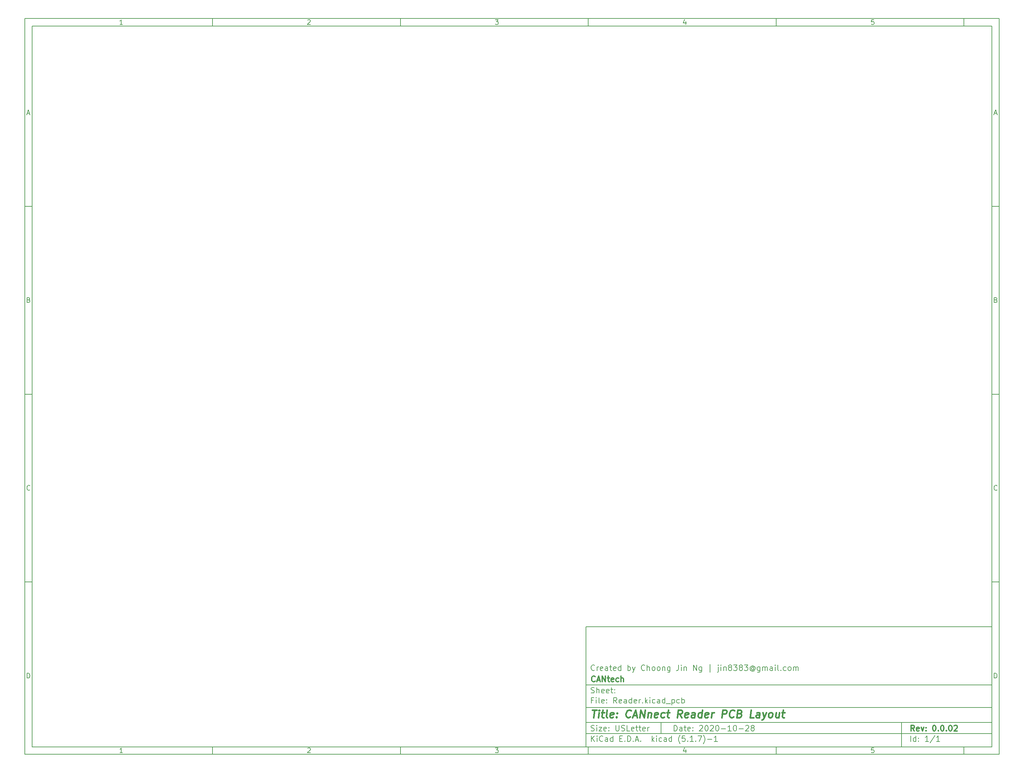
<source format=gbr>
%TF.GenerationSoftware,KiCad,Pcbnew,(5.1.7)-1*%
%TF.CreationDate,2020-10-28T10:31:12-07:00*%
%TF.ProjectId,Reader,52656164-6572-42e6-9b69-6361645f7063,0.0.02*%
%TF.SameCoordinates,Original*%
%TF.FileFunction,Glue,Bot*%
%TF.FilePolarity,Positive*%
%FSLAX46Y46*%
G04 Gerber Fmt 4.6, Leading zero omitted, Abs format (unit mm)*
G04 Created by KiCad (PCBNEW (5.1.7)-1) date 2020-10-28 10:31:12*
%MOMM*%
%LPD*%
G01*
G04 APERTURE LIST*
%ADD10C,0.100000*%
%ADD11C,0.150000*%
%ADD12C,0.300000*%
%ADD13C,0.400000*%
G04 APERTURE END LIST*
D10*
D11*
X159400000Y-171900000D02*
X159400000Y-203900000D01*
X267400000Y-203900000D01*
X267400000Y-171900000D01*
X159400000Y-171900000D01*
D10*
D11*
X10000000Y-10000000D02*
X10000000Y-205900000D01*
X269400000Y-205900000D01*
X269400000Y-10000000D01*
X10000000Y-10000000D01*
D10*
D11*
X12000000Y-12000000D02*
X12000000Y-203900000D01*
X267400000Y-203900000D01*
X267400000Y-12000000D01*
X12000000Y-12000000D01*
D10*
D11*
X60000000Y-12000000D02*
X60000000Y-10000000D01*
D10*
D11*
X110000000Y-12000000D02*
X110000000Y-10000000D01*
D10*
D11*
X160000000Y-12000000D02*
X160000000Y-10000000D01*
D10*
D11*
X210000000Y-12000000D02*
X210000000Y-10000000D01*
D10*
D11*
X260000000Y-12000000D02*
X260000000Y-10000000D01*
D10*
D11*
X36065476Y-11588095D02*
X35322619Y-11588095D01*
X35694047Y-11588095D02*
X35694047Y-10288095D01*
X35570238Y-10473809D01*
X35446428Y-10597619D01*
X35322619Y-10659523D01*
D10*
D11*
X85322619Y-10411904D02*
X85384523Y-10350000D01*
X85508333Y-10288095D01*
X85817857Y-10288095D01*
X85941666Y-10350000D01*
X86003571Y-10411904D01*
X86065476Y-10535714D01*
X86065476Y-10659523D01*
X86003571Y-10845238D01*
X85260714Y-11588095D01*
X86065476Y-11588095D01*
D10*
D11*
X135260714Y-10288095D02*
X136065476Y-10288095D01*
X135632142Y-10783333D01*
X135817857Y-10783333D01*
X135941666Y-10845238D01*
X136003571Y-10907142D01*
X136065476Y-11030952D01*
X136065476Y-11340476D01*
X136003571Y-11464285D01*
X135941666Y-11526190D01*
X135817857Y-11588095D01*
X135446428Y-11588095D01*
X135322619Y-11526190D01*
X135260714Y-11464285D01*
D10*
D11*
X185941666Y-10721428D02*
X185941666Y-11588095D01*
X185632142Y-10226190D02*
X185322619Y-11154761D01*
X186127380Y-11154761D01*
D10*
D11*
X236003571Y-10288095D02*
X235384523Y-10288095D01*
X235322619Y-10907142D01*
X235384523Y-10845238D01*
X235508333Y-10783333D01*
X235817857Y-10783333D01*
X235941666Y-10845238D01*
X236003571Y-10907142D01*
X236065476Y-11030952D01*
X236065476Y-11340476D01*
X236003571Y-11464285D01*
X235941666Y-11526190D01*
X235817857Y-11588095D01*
X235508333Y-11588095D01*
X235384523Y-11526190D01*
X235322619Y-11464285D01*
D10*
D11*
X60000000Y-203900000D02*
X60000000Y-205900000D01*
D10*
D11*
X110000000Y-203900000D02*
X110000000Y-205900000D01*
D10*
D11*
X160000000Y-203900000D02*
X160000000Y-205900000D01*
D10*
D11*
X210000000Y-203900000D02*
X210000000Y-205900000D01*
D10*
D11*
X260000000Y-203900000D02*
X260000000Y-205900000D01*
D10*
D11*
X36065476Y-205488095D02*
X35322619Y-205488095D01*
X35694047Y-205488095D02*
X35694047Y-204188095D01*
X35570238Y-204373809D01*
X35446428Y-204497619D01*
X35322619Y-204559523D01*
D10*
D11*
X85322619Y-204311904D02*
X85384523Y-204250000D01*
X85508333Y-204188095D01*
X85817857Y-204188095D01*
X85941666Y-204250000D01*
X86003571Y-204311904D01*
X86065476Y-204435714D01*
X86065476Y-204559523D01*
X86003571Y-204745238D01*
X85260714Y-205488095D01*
X86065476Y-205488095D01*
D10*
D11*
X135260714Y-204188095D02*
X136065476Y-204188095D01*
X135632142Y-204683333D01*
X135817857Y-204683333D01*
X135941666Y-204745238D01*
X136003571Y-204807142D01*
X136065476Y-204930952D01*
X136065476Y-205240476D01*
X136003571Y-205364285D01*
X135941666Y-205426190D01*
X135817857Y-205488095D01*
X135446428Y-205488095D01*
X135322619Y-205426190D01*
X135260714Y-205364285D01*
D10*
D11*
X185941666Y-204621428D02*
X185941666Y-205488095D01*
X185632142Y-204126190D02*
X185322619Y-205054761D01*
X186127380Y-205054761D01*
D10*
D11*
X236003571Y-204188095D02*
X235384523Y-204188095D01*
X235322619Y-204807142D01*
X235384523Y-204745238D01*
X235508333Y-204683333D01*
X235817857Y-204683333D01*
X235941666Y-204745238D01*
X236003571Y-204807142D01*
X236065476Y-204930952D01*
X236065476Y-205240476D01*
X236003571Y-205364285D01*
X235941666Y-205426190D01*
X235817857Y-205488095D01*
X235508333Y-205488095D01*
X235384523Y-205426190D01*
X235322619Y-205364285D01*
D10*
D11*
X10000000Y-60000000D02*
X12000000Y-60000000D01*
D10*
D11*
X10000000Y-110000000D02*
X12000000Y-110000000D01*
D10*
D11*
X10000000Y-160000000D02*
X12000000Y-160000000D01*
D10*
D11*
X10690476Y-35216666D02*
X11309523Y-35216666D01*
X10566666Y-35588095D02*
X11000000Y-34288095D01*
X11433333Y-35588095D01*
D10*
D11*
X11092857Y-84907142D02*
X11278571Y-84969047D01*
X11340476Y-85030952D01*
X11402380Y-85154761D01*
X11402380Y-85340476D01*
X11340476Y-85464285D01*
X11278571Y-85526190D01*
X11154761Y-85588095D01*
X10659523Y-85588095D01*
X10659523Y-84288095D01*
X11092857Y-84288095D01*
X11216666Y-84350000D01*
X11278571Y-84411904D01*
X11340476Y-84535714D01*
X11340476Y-84659523D01*
X11278571Y-84783333D01*
X11216666Y-84845238D01*
X11092857Y-84907142D01*
X10659523Y-84907142D01*
D10*
D11*
X11402380Y-135464285D02*
X11340476Y-135526190D01*
X11154761Y-135588095D01*
X11030952Y-135588095D01*
X10845238Y-135526190D01*
X10721428Y-135402380D01*
X10659523Y-135278571D01*
X10597619Y-135030952D01*
X10597619Y-134845238D01*
X10659523Y-134597619D01*
X10721428Y-134473809D01*
X10845238Y-134350000D01*
X11030952Y-134288095D01*
X11154761Y-134288095D01*
X11340476Y-134350000D01*
X11402380Y-134411904D01*
D10*
D11*
X10659523Y-185588095D02*
X10659523Y-184288095D01*
X10969047Y-184288095D01*
X11154761Y-184350000D01*
X11278571Y-184473809D01*
X11340476Y-184597619D01*
X11402380Y-184845238D01*
X11402380Y-185030952D01*
X11340476Y-185278571D01*
X11278571Y-185402380D01*
X11154761Y-185526190D01*
X10969047Y-185588095D01*
X10659523Y-185588095D01*
D10*
D11*
X269400000Y-60000000D02*
X267400000Y-60000000D01*
D10*
D11*
X269400000Y-110000000D02*
X267400000Y-110000000D01*
D10*
D11*
X269400000Y-160000000D02*
X267400000Y-160000000D01*
D10*
D11*
X268090476Y-35216666D02*
X268709523Y-35216666D01*
X267966666Y-35588095D02*
X268400000Y-34288095D01*
X268833333Y-35588095D01*
D10*
D11*
X268492857Y-84907142D02*
X268678571Y-84969047D01*
X268740476Y-85030952D01*
X268802380Y-85154761D01*
X268802380Y-85340476D01*
X268740476Y-85464285D01*
X268678571Y-85526190D01*
X268554761Y-85588095D01*
X268059523Y-85588095D01*
X268059523Y-84288095D01*
X268492857Y-84288095D01*
X268616666Y-84350000D01*
X268678571Y-84411904D01*
X268740476Y-84535714D01*
X268740476Y-84659523D01*
X268678571Y-84783333D01*
X268616666Y-84845238D01*
X268492857Y-84907142D01*
X268059523Y-84907142D01*
D10*
D11*
X268802380Y-135464285D02*
X268740476Y-135526190D01*
X268554761Y-135588095D01*
X268430952Y-135588095D01*
X268245238Y-135526190D01*
X268121428Y-135402380D01*
X268059523Y-135278571D01*
X267997619Y-135030952D01*
X267997619Y-134845238D01*
X268059523Y-134597619D01*
X268121428Y-134473809D01*
X268245238Y-134350000D01*
X268430952Y-134288095D01*
X268554761Y-134288095D01*
X268740476Y-134350000D01*
X268802380Y-134411904D01*
D10*
D11*
X268059523Y-185588095D02*
X268059523Y-184288095D01*
X268369047Y-184288095D01*
X268554761Y-184350000D01*
X268678571Y-184473809D01*
X268740476Y-184597619D01*
X268802380Y-184845238D01*
X268802380Y-185030952D01*
X268740476Y-185278571D01*
X268678571Y-185402380D01*
X268554761Y-185526190D01*
X268369047Y-185588095D01*
X268059523Y-185588095D01*
D10*
D11*
X182832142Y-199678571D02*
X182832142Y-198178571D01*
X183189285Y-198178571D01*
X183403571Y-198250000D01*
X183546428Y-198392857D01*
X183617857Y-198535714D01*
X183689285Y-198821428D01*
X183689285Y-199035714D01*
X183617857Y-199321428D01*
X183546428Y-199464285D01*
X183403571Y-199607142D01*
X183189285Y-199678571D01*
X182832142Y-199678571D01*
X184975000Y-199678571D02*
X184975000Y-198892857D01*
X184903571Y-198750000D01*
X184760714Y-198678571D01*
X184475000Y-198678571D01*
X184332142Y-198750000D01*
X184975000Y-199607142D02*
X184832142Y-199678571D01*
X184475000Y-199678571D01*
X184332142Y-199607142D01*
X184260714Y-199464285D01*
X184260714Y-199321428D01*
X184332142Y-199178571D01*
X184475000Y-199107142D01*
X184832142Y-199107142D01*
X184975000Y-199035714D01*
X185475000Y-198678571D02*
X186046428Y-198678571D01*
X185689285Y-198178571D02*
X185689285Y-199464285D01*
X185760714Y-199607142D01*
X185903571Y-199678571D01*
X186046428Y-199678571D01*
X187117857Y-199607142D02*
X186975000Y-199678571D01*
X186689285Y-199678571D01*
X186546428Y-199607142D01*
X186475000Y-199464285D01*
X186475000Y-198892857D01*
X186546428Y-198750000D01*
X186689285Y-198678571D01*
X186975000Y-198678571D01*
X187117857Y-198750000D01*
X187189285Y-198892857D01*
X187189285Y-199035714D01*
X186475000Y-199178571D01*
X187832142Y-199535714D02*
X187903571Y-199607142D01*
X187832142Y-199678571D01*
X187760714Y-199607142D01*
X187832142Y-199535714D01*
X187832142Y-199678571D01*
X187832142Y-198750000D02*
X187903571Y-198821428D01*
X187832142Y-198892857D01*
X187760714Y-198821428D01*
X187832142Y-198750000D01*
X187832142Y-198892857D01*
X189617857Y-198321428D02*
X189689285Y-198250000D01*
X189832142Y-198178571D01*
X190189285Y-198178571D01*
X190332142Y-198250000D01*
X190403571Y-198321428D01*
X190475000Y-198464285D01*
X190475000Y-198607142D01*
X190403571Y-198821428D01*
X189546428Y-199678571D01*
X190475000Y-199678571D01*
X191403571Y-198178571D02*
X191546428Y-198178571D01*
X191689285Y-198250000D01*
X191760714Y-198321428D01*
X191832142Y-198464285D01*
X191903571Y-198750000D01*
X191903571Y-199107142D01*
X191832142Y-199392857D01*
X191760714Y-199535714D01*
X191689285Y-199607142D01*
X191546428Y-199678571D01*
X191403571Y-199678571D01*
X191260714Y-199607142D01*
X191189285Y-199535714D01*
X191117857Y-199392857D01*
X191046428Y-199107142D01*
X191046428Y-198750000D01*
X191117857Y-198464285D01*
X191189285Y-198321428D01*
X191260714Y-198250000D01*
X191403571Y-198178571D01*
X192475000Y-198321428D02*
X192546428Y-198250000D01*
X192689285Y-198178571D01*
X193046428Y-198178571D01*
X193189285Y-198250000D01*
X193260714Y-198321428D01*
X193332142Y-198464285D01*
X193332142Y-198607142D01*
X193260714Y-198821428D01*
X192403571Y-199678571D01*
X193332142Y-199678571D01*
X194260714Y-198178571D02*
X194403571Y-198178571D01*
X194546428Y-198250000D01*
X194617857Y-198321428D01*
X194689285Y-198464285D01*
X194760714Y-198750000D01*
X194760714Y-199107142D01*
X194689285Y-199392857D01*
X194617857Y-199535714D01*
X194546428Y-199607142D01*
X194403571Y-199678571D01*
X194260714Y-199678571D01*
X194117857Y-199607142D01*
X194046428Y-199535714D01*
X193975000Y-199392857D01*
X193903571Y-199107142D01*
X193903571Y-198750000D01*
X193975000Y-198464285D01*
X194046428Y-198321428D01*
X194117857Y-198250000D01*
X194260714Y-198178571D01*
X195403571Y-199107142D02*
X196546428Y-199107142D01*
X198046428Y-199678571D02*
X197189285Y-199678571D01*
X197617857Y-199678571D02*
X197617857Y-198178571D01*
X197475000Y-198392857D01*
X197332142Y-198535714D01*
X197189285Y-198607142D01*
X198975000Y-198178571D02*
X199117857Y-198178571D01*
X199260714Y-198250000D01*
X199332142Y-198321428D01*
X199403571Y-198464285D01*
X199475000Y-198750000D01*
X199475000Y-199107142D01*
X199403571Y-199392857D01*
X199332142Y-199535714D01*
X199260714Y-199607142D01*
X199117857Y-199678571D01*
X198975000Y-199678571D01*
X198832142Y-199607142D01*
X198760714Y-199535714D01*
X198689285Y-199392857D01*
X198617857Y-199107142D01*
X198617857Y-198750000D01*
X198689285Y-198464285D01*
X198760714Y-198321428D01*
X198832142Y-198250000D01*
X198975000Y-198178571D01*
X200117857Y-199107142D02*
X201260714Y-199107142D01*
X201903571Y-198321428D02*
X201975000Y-198250000D01*
X202117857Y-198178571D01*
X202475000Y-198178571D01*
X202617857Y-198250000D01*
X202689285Y-198321428D01*
X202760714Y-198464285D01*
X202760714Y-198607142D01*
X202689285Y-198821428D01*
X201832142Y-199678571D01*
X202760714Y-199678571D01*
X203617857Y-198821428D02*
X203475000Y-198750000D01*
X203403571Y-198678571D01*
X203332142Y-198535714D01*
X203332142Y-198464285D01*
X203403571Y-198321428D01*
X203475000Y-198250000D01*
X203617857Y-198178571D01*
X203903571Y-198178571D01*
X204046428Y-198250000D01*
X204117857Y-198321428D01*
X204189285Y-198464285D01*
X204189285Y-198535714D01*
X204117857Y-198678571D01*
X204046428Y-198750000D01*
X203903571Y-198821428D01*
X203617857Y-198821428D01*
X203475000Y-198892857D01*
X203403571Y-198964285D01*
X203332142Y-199107142D01*
X203332142Y-199392857D01*
X203403571Y-199535714D01*
X203475000Y-199607142D01*
X203617857Y-199678571D01*
X203903571Y-199678571D01*
X204046428Y-199607142D01*
X204117857Y-199535714D01*
X204189285Y-199392857D01*
X204189285Y-199107142D01*
X204117857Y-198964285D01*
X204046428Y-198892857D01*
X203903571Y-198821428D01*
D10*
D11*
X159400000Y-200400000D02*
X267400000Y-200400000D01*
D10*
D11*
X160832142Y-202478571D02*
X160832142Y-200978571D01*
X161689285Y-202478571D02*
X161046428Y-201621428D01*
X161689285Y-200978571D02*
X160832142Y-201835714D01*
X162332142Y-202478571D02*
X162332142Y-201478571D01*
X162332142Y-200978571D02*
X162260714Y-201050000D01*
X162332142Y-201121428D01*
X162403571Y-201050000D01*
X162332142Y-200978571D01*
X162332142Y-201121428D01*
X163903571Y-202335714D02*
X163832142Y-202407142D01*
X163617857Y-202478571D01*
X163475000Y-202478571D01*
X163260714Y-202407142D01*
X163117857Y-202264285D01*
X163046428Y-202121428D01*
X162975000Y-201835714D01*
X162975000Y-201621428D01*
X163046428Y-201335714D01*
X163117857Y-201192857D01*
X163260714Y-201050000D01*
X163475000Y-200978571D01*
X163617857Y-200978571D01*
X163832142Y-201050000D01*
X163903571Y-201121428D01*
X165189285Y-202478571D02*
X165189285Y-201692857D01*
X165117857Y-201550000D01*
X164975000Y-201478571D01*
X164689285Y-201478571D01*
X164546428Y-201550000D01*
X165189285Y-202407142D02*
X165046428Y-202478571D01*
X164689285Y-202478571D01*
X164546428Y-202407142D01*
X164475000Y-202264285D01*
X164475000Y-202121428D01*
X164546428Y-201978571D01*
X164689285Y-201907142D01*
X165046428Y-201907142D01*
X165189285Y-201835714D01*
X166546428Y-202478571D02*
X166546428Y-200978571D01*
X166546428Y-202407142D02*
X166403571Y-202478571D01*
X166117857Y-202478571D01*
X165975000Y-202407142D01*
X165903571Y-202335714D01*
X165832142Y-202192857D01*
X165832142Y-201764285D01*
X165903571Y-201621428D01*
X165975000Y-201550000D01*
X166117857Y-201478571D01*
X166403571Y-201478571D01*
X166546428Y-201550000D01*
X168403571Y-201692857D02*
X168903571Y-201692857D01*
X169117857Y-202478571D02*
X168403571Y-202478571D01*
X168403571Y-200978571D01*
X169117857Y-200978571D01*
X169760714Y-202335714D02*
X169832142Y-202407142D01*
X169760714Y-202478571D01*
X169689285Y-202407142D01*
X169760714Y-202335714D01*
X169760714Y-202478571D01*
X170475000Y-202478571D02*
X170475000Y-200978571D01*
X170832142Y-200978571D01*
X171046428Y-201050000D01*
X171189285Y-201192857D01*
X171260714Y-201335714D01*
X171332142Y-201621428D01*
X171332142Y-201835714D01*
X171260714Y-202121428D01*
X171189285Y-202264285D01*
X171046428Y-202407142D01*
X170832142Y-202478571D01*
X170475000Y-202478571D01*
X171975000Y-202335714D02*
X172046428Y-202407142D01*
X171975000Y-202478571D01*
X171903571Y-202407142D01*
X171975000Y-202335714D01*
X171975000Y-202478571D01*
X172617857Y-202050000D02*
X173332142Y-202050000D01*
X172475000Y-202478571D02*
X172975000Y-200978571D01*
X173475000Y-202478571D01*
X173975000Y-202335714D02*
X174046428Y-202407142D01*
X173975000Y-202478571D01*
X173903571Y-202407142D01*
X173975000Y-202335714D01*
X173975000Y-202478571D01*
X176975000Y-202478571D02*
X176975000Y-200978571D01*
X177117857Y-201907142D02*
X177546428Y-202478571D01*
X177546428Y-201478571D02*
X176975000Y-202050000D01*
X178189285Y-202478571D02*
X178189285Y-201478571D01*
X178189285Y-200978571D02*
X178117857Y-201050000D01*
X178189285Y-201121428D01*
X178260714Y-201050000D01*
X178189285Y-200978571D01*
X178189285Y-201121428D01*
X179546428Y-202407142D02*
X179403571Y-202478571D01*
X179117857Y-202478571D01*
X178975000Y-202407142D01*
X178903571Y-202335714D01*
X178832142Y-202192857D01*
X178832142Y-201764285D01*
X178903571Y-201621428D01*
X178975000Y-201550000D01*
X179117857Y-201478571D01*
X179403571Y-201478571D01*
X179546428Y-201550000D01*
X180832142Y-202478571D02*
X180832142Y-201692857D01*
X180760714Y-201550000D01*
X180617857Y-201478571D01*
X180332142Y-201478571D01*
X180189285Y-201550000D01*
X180832142Y-202407142D02*
X180689285Y-202478571D01*
X180332142Y-202478571D01*
X180189285Y-202407142D01*
X180117857Y-202264285D01*
X180117857Y-202121428D01*
X180189285Y-201978571D01*
X180332142Y-201907142D01*
X180689285Y-201907142D01*
X180832142Y-201835714D01*
X182189285Y-202478571D02*
X182189285Y-200978571D01*
X182189285Y-202407142D02*
X182046428Y-202478571D01*
X181760714Y-202478571D01*
X181617857Y-202407142D01*
X181546428Y-202335714D01*
X181475000Y-202192857D01*
X181475000Y-201764285D01*
X181546428Y-201621428D01*
X181617857Y-201550000D01*
X181760714Y-201478571D01*
X182046428Y-201478571D01*
X182189285Y-201550000D01*
X184475000Y-203050000D02*
X184403571Y-202978571D01*
X184260714Y-202764285D01*
X184189285Y-202621428D01*
X184117857Y-202407142D01*
X184046428Y-202050000D01*
X184046428Y-201764285D01*
X184117857Y-201407142D01*
X184189285Y-201192857D01*
X184260714Y-201050000D01*
X184403571Y-200835714D01*
X184475000Y-200764285D01*
X185760714Y-200978571D02*
X185046428Y-200978571D01*
X184975000Y-201692857D01*
X185046428Y-201621428D01*
X185189285Y-201550000D01*
X185546428Y-201550000D01*
X185689285Y-201621428D01*
X185760714Y-201692857D01*
X185832142Y-201835714D01*
X185832142Y-202192857D01*
X185760714Y-202335714D01*
X185689285Y-202407142D01*
X185546428Y-202478571D01*
X185189285Y-202478571D01*
X185046428Y-202407142D01*
X184975000Y-202335714D01*
X186475000Y-202335714D02*
X186546428Y-202407142D01*
X186475000Y-202478571D01*
X186403571Y-202407142D01*
X186475000Y-202335714D01*
X186475000Y-202478571D01*
X187975000Y-202478571D02*
X187117857Y-202478571D01*
X187546428Y-202478571D02*
X187546428Y-200978571D01*
X187403571Y-201192857D01*
X187260714Y-201335714D01*
X187117857Y-201407142D01*
X188617857Y-202335714D02*
X188689285Y-202407142D01*
X188617857Y-202478571D01*
X188546428Y-202407142D01*
X188617857Y-202335714D01*
X188617857Y-202478571D01*
X189189285Y-200978571D02*
X190189285Y-200978571D01*
X189546428Y-202478571D01*
X190617857Y-203050000D02*
X190689285Y-202978571D01*
X190832142Y-202764285D01*
X190903571Y-202621428D01*
X190975000Y-202407142D01*
X191046428Y-202050000D01*
X191046428Y-201764285D01*
X190975000Y-201407142D01*
X190903571Y-201192857D01*
X190832142Y-201050000D01*
X190689285Y-200835714D01*
X190617857Y-200764285D01*
X191760714Y-201907142D02*
X192903571Y-201907142D01*
X194403571Y-202478571D02*
X193546428Y-202478571D01*
X193975000Y-202478571D02*
X193975000Y-200978571D01*
X193832142Y-201192857D01*
X193689285Y-201335714D01*
X193546428Y-201407142D01*
D10*
D11*
X159400000Y-197400000D02*
X267400000Y-197400000D01*
D10*
D12*
X246809285Y-199678571D02*
X246309285Y-198964285D01*
X245952142Y-199678571D02*
X245952142Y-198178571D01*
X246523571Y-198178571D01*
X246666428Y-198250000D01*
X246737857Y-198321428D01*
X246809285Y-198464285D01*
X246809285Y-198678571D01*
X246737857Y-198821428D01*
X246666428Y-198892857D01*
X246523571Y-198964285D01*
X245952142Y-198964285D01*
X248023571Y-199607142D02*
X247880714Y-199678571D01*
X247595000Y-199678571D01*
X247452142Y-199607142D01*
X247380714Y-199464285D01*
X247380714Y-198892857D01*
X247452142Y-198750000D01*
X247595000Y-198678571D01*
X247880714Y-198678571D01*
X248023571Y-198750000D01*
X248095000Y-198892857D01*
X248095000Y-199035714D01*
X247380714Y-199178571D01*
X248595000Y-198678571D02*
X248952142Y-199678571D01*
X249309285Y-198678571D01*
X249880714Y-199535714D02*
X249952142Y-199607142D01*
X249880714Y-199678571D01*
X249809285Y-199607142D01*
X249880714Y-199535714D01*
X249880714Y-199678571D01*
X249880714Y-198750000D02*
X249952142Y-198821428D01*
X249880714Y-198892857D01*
X249809285Y-198821428D01*
X249880714Y-198750000D01*
X249880714Y-198892857D01*
X252023571Y-198178571D02*
X252166428Y-198178571D01*
X252309285Y-198250000D01*
X252380714Y-198321428D01*
X252452142Y-198464285D01*
X252523571Y-198750000D01*
X252523571Y-199107142D01*
X252452142Y-199392857D01*
X252380714Y-199535714D01*
X252309285Y-199607142D01*
X252166428Y-199678571D01*
X252023571Y-199678571D01*
X251880714Y-199607142D01*
X251809285Y-199535714D01*
X251737857Y-199392857D01*
X251666428Y-199107142D01*
X251666428Y-198750000D01*
X251737857Y-198464285D01*
X251809285Y-198321428D01*
X251880714Y-198250000D01*
X252023571Y-198178571D01*
X253166428Y-199535714D02*
X253237857Y-199607142D01*
X253166428Y-199678571D01*
X253095000Y-199607142D01*
X253166428Y-199535714D01*
X253166428Y-199678571D01*
X254166428Y-198178571D02*
X254309285Y-198178571D01*
X254452142Y-198250000D01*
X254523571Y-198321428D01*
X254595000Y-198464285D01*
X254666428Y-198750000D01*
X254666428Y-199107142D01*
X254595000Y-199392857D01*
X254523571Y-199535714D01*
X254452142Y-199607142D01*
X254309285Y-199678571D01*
X254166428Y-199678571D01*
X254023571Y-199607142D01*
X253952142Y-199535714D01*
X253880714Y-199392857D01*
X253809285Y-199107142D01*
X253809285Y-198750000D01*
X253880714Y-198464285D01*
X253952142Y-198321428D01*
X254023571Y-198250000D01*
X254166428Y-198178571D01*
X255309285Y-199535714D02*
X255380714Y-199607142D01*
X255309285Y-199678571D01*
X255237857Y-199607142D01*
X255309285Y-199535714D01*
X255309285Y-199678571D01*
X256309285Y-198178571D02*
X256452142Y-198178571D01*
X256595000Y-198250000D01*
X256666428Y-198321428D01*
X256737857Y-198464285D01*
X256809285Y-198750000D01*
X256809285Y-199107142D01*
X256737857Y-199392857D01*
X256666428Y-199535714D01*
X256595000Y-199607142D01*
X256452142Y-199678571D01*
X256309285Y-199678571D01*
X256166428Y-199607142D01*
X256095000Y-199535714D01*
X256023571Y-199392857D01*
X255952142Y-199107142D01*
X255952142Y-198750000D01*
X256023571Y-198464285D01*
X256095000Y-198321428D01*
X256166428Y-198250000D01*
X256309285Y-198178571D01*
X257380714Y-198321428D02*
X257452142Y-198250000D01*
X257595000Y-198178571D01*
X257952142Y-198178571D01*
X258095000Y-198250000D01*
X258166428Y-198321428D01*
X258237857Y-198464285D01*
X258237857Y-198607142D01*
X258166428Y-198821428D01*
X257309285Y-199678571D01*
X258237857Y-199678571D01*
D10*
D11*
X160760714Y-199607142D02*
X160975000Y-199678571D01*
X161332142Y-199678571D01*
X161475000Y-199607142D01*
X161546428Y-199535714D01*
X161617857Y-199392857D01*
X161617857Y-199250000D01*
X161546428Y-199107142D01*
X161475000Y-199035714D01*
X161332142Y-198964285D01*
X161046428Y-198892857D01*
X160903571Y-198821428D01*
X160832142Y-198750000D01*
X160760714Y-198607142D01*
X160760714Y-198464285D01*
X160832142Y-198321428D01*
X160903571Y-198250000D01*
X161046428Y-198178571D01*
X161403571Y-198178571D01*
X161617857Y-198250000D01*
X162260714Y-199678571D02*
X162260714Y-198678571D01*
X162260714Y-198178571D02*
X162189285Y-198250000D01*
X162260714Y-198321428D01*
X162332142Y-198250000D01*
X162260714Y-198178571D01*
X162260714Y-198321428D01*
X162832142Y-198678571D02*
X163617857Y-198678571D01*
X162832142Y-199678571D01*
X163617857Y-199678571D01*
X164760714Y-199607142D02*
X164617857Y-199678571D01*
X164332142Y-199678571D01*
X164189285Y-199607142D01*
X164117857Y-199464285D01*
X164117857Y-198892857D01*
X164189285Y-198750000D01*
X164332142Y-198678571D01*
X164617857Y-198678571D01*
X164760714Y-198750000D01*
X164832142Y-198892857D01*
X164832142Y-199035714D01*
X164117857Y-199178571D01*
X165475000Y-199535714D02*
X165546428Y-199607142D01*
X165475000Y-199678571D01*
X165403571Y-199607142D01*
X165475000Y-199535714D01*
X165475000Y-199678571D01*
X165475000Y-198750000D02*
X165546428Y-198821428D01*
X165475000Y-198892857D01*
X165403571Y-198821428D01*
X165475000Y-198750000D01*
X165475000Y-198892857D01*
X167332142Y-198178571D02*
X167332142Y-199392857D01*
X167403571Y-199535714D01*
X167475000Y-199607142D01*
X167617857Y-199678571D01*
X167903571Y-199678571D01*
X168046428Y-199607142D01*
X168117857Y-199535714D01*
X168189285Y-199392857D01*
X168189285Y-198178571D01*
X168832142Y-199607142D02*
X169046428Y-199678571D01*
X169403571Y-199678571D01*
X169546428Y-199607142D01*
X169617857Y-199535714D01*
X169689285Y-199392857D01*
X169689285Y-199250000D01*
X169617857Y-199107142D01*
X169546428Y-199035714D01*
X169403571Y-198964285D01*
X169117857Y-198892857D01*
X168975000Y-198821428D01*
X168903571Y-198750000D01*
X168832142Y-198607142D01*
X168832142Y-198464285D01*
X168903571Y-198321428D01*
X168975000Y-198250000D01*
X169117857Y-198178571D01*
X169475000Y-198178571D01*
X169689285Y-198250000D01*
X171046428Y-199678571D02*
X170332142Y-199678571D01*
X170332142Y-198178571D01*
X172117857Y-199607142D02*
X171975000Y-199678571D01*
X171689285Y-199678571D01*
X171546428Y-199607142D01*
X171475000Y-199464285D01*
X171475000Y-198892857D01*
X171546428Y-198750000D01*
X171689285Y-198678571D01*
X171975000Y-198678571D01*
X172117857Y-198750000D01*
X172189285Y-198892857D01*
X172189285Y-199035714D01*
X171475000Y-199178571D01*
X172617857Y-198678571D02*
X173189285Y-198678571D01*
X172832142Y-198178571D02*
X172832142Y-199464285D01*
X172903571Y-199607142D01*
X173046428Y-199678571D01*
X173189285Y-199678571D01*
X173475000Y-198678571D02*
X174046428Y-198678571D01*
X173689285Y-198178571D02*
X173689285Y-199464285D01*
X173760714Y-199607142D01*
X173903571Y-199678571D01*
X174046428Y-199678571D01*
X175117857Y-199607142D02*
X174975000Y-199678571D01*
X174689285Y-199678571D01*
X174546428Y-199607142D01*
X174475000Y-199464285D01*
X174475000Y-198892857D01*
X174546428Y-198750000D01*
X174689285Y-198678571D01*
X174975000Y-198678571D01*
X175117857Y-198750000D01*
X175189285Y-198892857D01*
X175189285Y-199035714D01*
X174475000Y-199178571D01*
X175832142Y-199678571D02*
X175832142Y-198678571D01*
X175832142Y-198964285D02*
X175903571Y-198821428D01*
X175975000Y-198750000D01*
X176117857Y-198678571D01*
X176260714Y-198678571D01*
D10*
D11*
X245832142Y-202478571D02*
X245832142Y-200978571D01*
X247189285Y-202478571D02*
X247189285Y-200978571D01*
X247189285Y-202407142D02*
X247046428Y-202478571D01*
X246760714Y-202478571D01*
X246617857Y-202407142D01*
X246546428Y-202335714D01*
X246475000Y-202192857D01*
X246475000Y-201764285D01*
X246546428Y-201621428D01*
X246617857Y-201550000D01*
X246760714Y-201478571D01*
X247046428Y-201478571D01*
X247189285Y-201550000D01*
X247903571Y-202335714D02*
X247975000Y-202407142D01*
X247903571Y-202478571D01*
X247832142Y-202407142D01*
X247903571Y-202335714D01*
X247903571Y-202478571D01*
X247903571Y-201550000D02*
X247975000Y-201621428D01*
X247903571Y-201692857D01*
X247832142Y-201621428D01*
X247903571Y-201550000D01*
X247903571Y-201692857D01*
X250546428Y-202478571D02*
X249689285Y-202478571D01*
X250117857Y-202478571D02*
X250117857Y-200978571D01*
X249975000Y-201192857D01*
X249832142Y-201335714D01*
X249689285Y-201407142D01*
X252260714Y-200907142D02*
X250975000Y-202835714D01*
X253546428Y-202478571D02*
X252689285Y-202478571D01*
X253117857Y-202478571D02*
X253117857Y-200978571D01*
X252975000Y-201192857D01*
X252832142Y-201335714D01*
X252689285Y-201407142D01*
D10*
D11*
X159400000Y-193400000D02*
X267400000Y-193400000D01*
D10*
D13*
X161112380Y-194104761D02*
X162255238Y-194104761D01*
X161433809Y-196104761D02*
X161683809Y-194104761D01*
X162671904Y-196104761D02*
X162838571Y-194771428D01*
X162921904Y-194104761D02*
X162814761Y-194200000D01*
X162898095Y-194295238D01*
X163005238Y-194200000D01*
X162921904Y-194104761D01*
X162898095Y-194295238D01*
X163505238Y-194771428D02*
X164267142Y-194771428D01*
X163874285Y-194104761D02*
X163660000Y-195819047D01*
X163731428Y-196009523D01*
X163910000Y-196104761D01*
X164100476Y-196104761D01*
X165052857Y-196104761D02*
X164874285Y-196009523D01*
X164802857Y-195819047D01*
X165017142Y-194104761D01*
X166588571Y-196009523D02*
X166386190Y-196104761D01*
X166005238Y-196104761D01*
X165826666Y-196009523D01*
X165755238Y-195819047D01*
X165850476Y-195057142D01*
X165969523Y-194866666D01*
X166171904Y-194771428D01*
X166552857Y-194771428D01*
X166731428Y-194866666D01*
X166802857Y-195057142D01*
X166779047Y-195247619D01*
X165802857Y-195438095D01*
X167552857Y-195914285D02*
X167636190Y-196009523D01*
X167529047Y-196104761D01*
X167445714Y-196009523D01*
X167552857Y-195914285D01*
X167529047Y-196104761D01*
X167683809Y-194866666D02*
X167767142Y-194961904D01*
X167660000Y-195057142D01*
X167576666Y-194961904D01*
X167683809Y-194866666D01*
X167660000Y-195057142D01*
X171171904Y-195914285D02*
X171064761Y-196009523D01*
X170767142Y-196104761D01*
X170576666Y-196104761D01*
X170302857Y-196009523D01*
X170136190Y-195819047D01*
X170064761Y-195628571D01*
X170017142Y-195247619D01*
X170052857Y-194961904D01*
X170195714Y-194580952D01*
X170314761Y-194390476D01*
X170529047Y-194200000D01*
X170826666Y-194104761D01*
X171017142Y-194104761D01*
X171290952Y-194200000D01*
X171374285Y-194295238D01*
X171981428Y-195533333D02*
X172933809Y-195533333D01*
X171719523Y-196104761D02*
X172636190Y-194104761D01*
X173052857Y-196104761D01*
X173719523Y-196104761D02*
X173969523Y-194104761D01*
X174862380Y-196104761D01*
X175112380Y-194104761D01*
X175981428Y-194771428D02*
X175814761Y-196104761D01*
X175957619Y-194961904D02*
X176064761Y-194866666D01*
X176267142Y-194771428D01*
X176552857Y-194771428D01*
X176731428Y-194866666D01*
X176802857Y-195057142D01*
X176671904Y-196104761D01*
X178398095Y-196009523D02*
X178195714Y-196104761D01*
X177814761Y-196104761D01*
X177636190Y-196009523D01*
X177564761Y-195819047D01*
X177660000Y-195057142D01*
X177779047Y-194866666D01*
X177981428Y-194771428D01*
X178362380Y-194771428D01*
X178540952Y-194866666D01*
X178612380Y-195057142D01*
X178588571Y-195247619D01*
X177612380Y-195438095D01*
X180207619Y-196009523D02*
X180005238Y-196104761D01*
X179624285Y-196104761D01*
X179445714Y-196009523D01*
X179362380Y-195914285D01*
X179290952Y-195723809D01*
X179362380Y-195152380D01*
X179481428Y-194961904D01*
X179588571Y-194866666D01*
X179790952Y-194771428D01*
X180171904Y-194771428D01*
X180350476Y-194866666D01*
X180933809Y-194771428D02*
X181695714Y-194771428D01*
X181302857Y-194104761D02*
X181088571Y-195819047D01*
X181160000Y-196009523D01*
X181338571Y-196104761D01*
X181529047Y-196104761D01*
X184862380Y-196104761D02*
X184314761Y-195152380D01*
X183719523Y-196104761D02*
X183969523Y-194104761D01*
X184731428Y-194104761D01*
X184910000Y-194200000D01*
X184993333Y-194295238D01*
X185064761Y-194485714D01*
X185029047Y-194771428D01*
X184910000Y-194961904D01*
X184802857Y-195057142D01*
X184600476Y-195152380D01*
X183838571Y-195152380D01*
X186493333Y-196009523D02*
X186290952Y-196104761D01*
X185910000Y-196104761D01*
X185731428Y-196009523D01*
X185660000Y-195819047D01*
X185755238Y-195057142D01*
X185874285Y-194866666D01*
X186076666Y-194771428D01*
X186457619Y-194771428D01*
X186636190Y-194866666D01*
X186707619Y-195057142D01*
X186683809Y-195247619D01*
X185707619Y-195438095D01*
X188290952Y-196104761D02*
X188421904Y-195057142D01*
X188350476Y-194866666D01*
X188171904Y-194771428D01*
X187790952Y-194771428D01*
X187588571Y-194866666D01*
X188302857Y-196009523D02*
X188100476Y-196104761D01*
X187624285Y-196104761D01*
X187445714Y-196009523D01*
X187374285Y-195819047D01*
X187398095Y-195628571D01*
X187517142Y-195438095D01*
X187719523Y-195342857D01*
X188195714Y-195342857D01*
X188398095Y-195247619D01*
X190100476Y-196104761D02*
X190350476Y-194104761D01*
X190112380Y-196009523D02*
X189910000Y-196104761D01*
X189529047Y-196104761D01*
X189350476Y-196009523D01*
X189267142Y-195914285D01*
X189195714Y-195723809D01*
X189267142Y-195152380D01*
X189386190Y-194961904D01*
X189493333Y-194866666D01*
X189695714Y-194771428D01*
X190076666Y-194771428D01*
X190255238Y-194866666D01*
X191826666Y-196009523D02*
X191624285Y-196104761D01*
X191243333Y-196104761D01*
X191064761Y-196009523D01*
X190993333Y-195819047D01*
X191088571Y-195057142D01*
X191207619Y-194866666D01*
X191410000Y-194771428D01*
X191790952Y-194771428D01*
X191969523Y-194866666D01*
X192040952Y-195057142D01*
X192017142Y-195247619D01*
X191040952Y-195438095D01*
X192767142Y-196104761D02*
X192933809Y-194771428D01*
X192886190Y-195152380D02*
X193005238Y-194961904D01*
X193112380Y-194866666D01*
X193314761Y-194771428D01*
X193505238Y-194771428D01*
X195529047Y-196104761D02*
X195779047Y-194104761D01*
X196540952Y-194104761D01*
X196719523Y-194200000D01*
X196802857Y-194295238D01*
X196874285Y-194485714D01*
X196838571Y-194771428D01*
X196719523Y-194961904D01*
X196612380Y-195057142D01*
X196410000Y-195152380D01*
X195648095Y-195152380D01*
X198695714Y-195914285D02*
X198588571Y-196009523D01*
X198290952Y-196104761D01*
X198100476Y-196104761D01*
X197826666Y-196009523D01*
X197660000Y-195819047D01*
X197588571Y-195628571D01*
X197540952Y-195247619D01*
X197576666Y-194961904D01*
X197719523Y-194580952D01*
X197838571Y-194390476D01*
X198052857Y-194200000D01*
X198350476Y-194104761D01*
X198540952Y-194104761D01*
X198814761Y-194200000D01*
X198898095Y-194295238D01*
X200326666Y-195057142D02*
X200600476Y-195152380D01*
X200683809Y-195247619D01*
X200755238Y-195438095D01*
X200719523Y-195723809D01*
X200600476Y-195914285D01*
X200493333Y-196009523D01*
X200290952Y-196104761D01*
X199529047Y-196104761D01*
X199779047Y-194104761D01*
X200445714Y-194104761D01*
X200624285Y-194200000D01*
X200707619Y-194295238D01*
X200779047Y-194485714D01*
X200755238Y-194676190D01*
X200636190Y-194866666D01*
X200529047Y-194961904D01*
X200326666Y-195057142D01*
X199660000Y-195057142D01*
X204005238Y-196104761D02*
X203052857Y-196104761D01*
X203302857Y-194104761D01*
X205529047Y-196104761D02*
X205660000Y-195057142D01*
X205588571Y-194866666D01*
X205410000Y-194771428D01*
X205029047Y-194771428D01*
X204826666Y-194866666D01*
X205540952Y-196009523D02*
X205338571Y-196104761D01*
X204862380Y-196104761D01*
X204683809Y-196009523D01*
X204612380Y-195819047D01*
X204636190Y-195628571D01*
X204755238Y-195438095D01*
X204957619Y-195342857D01*
X205433809Y-195342857D01*
X205636190Y-195247619D01*
X206457619Y-194771428D02*
X206767142Y-196104761D01*
X207410000Y-194771428D02*
X206767142Y-196104761D01*
X206517142Y-196580952D01*
X206410000Y-196676190D01*
X206207619Y-196771428D01*
X208290952Y-196104761D02*
X208112380Y-196009523D01*
X208029047Y-195914285D01*
X207957619Y-195723809D01*
X208029047Y-195152380D01*
X208148095Y-194961904D01*
X208255238Y-194866666D01*
X208457619Y-194771428D01*
X208743333Y-194771428D01*
X208921904Y-194866666D01*
X209005238Y-194961904D01*
X209076666Y-195152380D01*
X209005238Y-195723809D01*
X208886190Y-195914285D01*
X208779047Y-196009523D01*
X208576666Y-196104761D01*
X208290952Y-196104761D01*
X210838571Y-194771428D02*
X210671904Y-196104761D01*
X209981428Y-194771428D02*
X209850476Y-195819047D01*
X209921904Y-196009523D01*
X210100476Y-196104761D01*
X210386190Y-196104761D01*
X210588571Y-196009523D01*
X210695714Y-195914285D01*
X211505238Y-194771428D02*
X212267142Y-194771428D01*
X211874285Y-194104761D02*
X211659999Y-195819047D01*
X211731428Y-196009523D01*
X211909999Y-196104761D01*
X212100476Y-196104761D01*
D10*
D11*
X161332142Y-191492857D02*
X160832142Y-191492857D01*
X160832142Y-192278571D02*
X160832142Y-190778571D01*
X161546428Y-190778571D01*
X162117857Y-192278571D02*
X162117857Y-191278571D01*
X162117857Y-190778571D02*
X162046428Y-190850000D01*
X162117857Y-190921428D01*
X162189285Y-190850000D01*
X162117857Y-190778571D01*
X162117857Y-190921428D01*
X163046428Y-192278571D02*
X162903571Y-192207142D01*
X162832142Y-192064285D01*
X162832142Y-190778571D01*
X164189285Y-192207142D02*
X164046428Y-192278571D01*
X163760714Y-192278571D01*
X163617857Y-192207142D01*
X163546428Y-192064285D01*
X163546428Y-191492857D01*
X163617857Y-191350000D01*
X163760714Y-191278571D01*
X164046428Y-191278571D01*
X164189285Y-191350000D01*
X164260714Y-191492857D01*
X164260714Y-191635714D01*
X163546428Y-191778571D01*
X164903571Y-192135714D02*
X164975000Y-192207142D01*
X164903571Y-192278571D01*
X164832142Y-192207142D01*
X164903571Y-192135714D01*
X164903571Y-192278571D01*
X164903571Y-191350000D02*
X164975000Y-191421428D01*
X164903571Y-191492857D01*
X164832142Y-191421428D01*
X164903571Y-191350000D01*
X164903571Y-191492857D01*
X167617857Y-192278571D02*
X167117857Y-191564285D01*
X166760714Y-192278571D02*
X166760714Y-190778571D01*
X167332142Y-190778571D01*
X167475000Y-190850000D01*
X167546428Y-190921428D01*
X167617857Y-191064285D01*
X167617857Y-191278571D01*
X167546428Y-191421428D01*
X167475000Y-191492857D01*
X167332142Y-191564285D01*
X166760714Y-191564285D01*
X168832142Y-192207142D02*
X168689285Y-192278571D01*
X168403571Y-192278571D01*
X168260714Y-192207142D01*
X168189285Y-192064285D01*
X168189285Y-191492857D01*
X168260714Y-191350000D01*
X168403571Y-191278571D01*
X168689285Y-191278571D01*
X168832142Y-191350000D01*
X168903571Y-191492857D01*
X168903571Y-191635714D01*
X168189285Y-191778571D01*
X170189285Y-192278571D02*
X170189285Y-191492857D01*
X170117857Y-191350000D01*
X169975000Y-191278571D01*
X169689285Y-191278571D01*
X169546428Y-191350000D01*
X170189285Y-192207142D02*
X170046428Y-192278571D01*
X169689285Y-192278571D01*
X169546428Y-192207142D01*
X169475000Y-192064285D01*
X169475000Y-191921428D01*
X169546428Y-191778571D01*
X169689285Y-191707142D01*
X170046428Y-191707142D01*
X170189285Y-191635714D01*
X171546428Y-192278571D02*
X171546428Y-190778571D01*
X171546428Y-192207142D02*
X171403571Y-192278571D01*
X171117857Y-192278571D01*
X170975000Y-192207142D01*
X170903571Y-192135714D01*
X170832142Y-191992857D01*
X170832142Y-191564285D01*
X170903571Y-191421428D01*
X170975000Y-191350000D01*
X171117857Y-191278571D01*
X171403571Y-191278571D01*
X171546428Y-191350000D01*
X172832142Y-192207142D02*
X172689285Y-192278571D01*
X172403571Y-192278571D01*
X172260714Y-192207142D01*
X172189285Y-192064285D01*
X172189285Y-191492857D01*
X172260714Y-191350000D01*
X172403571Y-191278571D01*
X172689285Y-191278571D01*
X172832142Y-191350000D01*
X172903571Y-191492857D01*
X172903571Y-191635714D01*
X172189285Y-191778571D01*
X173546428Y-192278571D02*
X173546428Y-191278571D01*
X173546428Y-191564285D02*
X173617857Y-191421428D01*
X173689285Y-191350000D01*
X173832142Y-191278571D01*
X173975000Y-191278571D01*
X174475000Y-192135714D02*
X174546428Y-192207142D01*
X174475000Y-192278571D01*
X174403571Y-192207142D01*
X174475000Y-192135714D01*
X174475000Y-192278571D01*
X175189285Y-192278571D02*
X175189285Y-190778571D01*
X175332142Y-191707142D02*
X175760714Y-192278571D01*
X175760714Y-191278571D02*
X175189285Y-191850000D01*
X176403571Y-192278571D02*
X176403571Y-191278571D01*
X176403571Y-190778571D02*
X176332142Y-190850000D01*
X176403571Y-190921428D01*
X176475000Y-190850000D01*
X176403571Y-190778571D01*
X176403571Y-190921428D01*
X177760714Y-192207142D02*
X177617857Y-192278571D01*
X177332142Y-192278571D01*
X177189285Y-192207142D01*
X177117857Y-192135714D01*
X177046428Y-191992857D01*
X177046428Y-191564285D01*
X177117857Y-191421428D01*
X177189285Y-191350000D01*
X177332142Y-191278571D01*
X177617857Y-191278571D01*
X177760714Y-191350000D01*
X179046428Y-192278571D02*
X179046428Y-191492857D01*
X178975000Y-191350000D01*
X178832142Y-191278571D01*
X178546428Y-191278571D01*
X178403571Y-191350000D01*
X179046428Y-192207142D02*
X178903571Y-192278571D01*
X178546428Y-192278571D01*
X178403571Y-192207142D01*
X178332142Y-192064285D01*
X178332142Y-191921428D01*
X178403571Y-191778571D01*
X178546428Y-191707142D01*
X178903571Y-191707142D01*
X179046428Y-191635714D01*
X180403571Y-192278571D02*
X180403571Y-190778571D01*
X180403571Y-192207142D02*
X180260714Y-192278571D01*
X179975000Y-192278571D01*
X179832142Y-192207142D01*
X179760714Y-192135714D01*
X179689285Y-191992857D01*
X179689285Y-191564285D01*
X179760714Y-191421428D01*
X179832142Y-191350000D01*
X179975000Y-191278571D01*
X180260714Y-191278571D01*
X180403571Y-191350000D01*
X180760714Y-192421428D02*
X181903571Y-192421428D01*
X182260714Y-191278571D02*
X182260714Y-192778571D01*
X182260714Y-191350000D02*
X182403571Y-191278571D01*
X182689285Y-191278571D01*
X182832142Y-191350000D01*
X182903571Y-191421428D01*
X182975000Y-191564285D01*
X182975000Y-191992857D01*
X182903571Y-192135714D01*
X182832142Y-192207142D01*
X182689285Y-192278571D01*
X182403571Y-192278571D01*
X182260714Y-192207142D01*
X184260714Y-192207142D02*
X184117857Y-192278571D01*
X183832142Y-192278571D01*
X183689285Y-192207142D01*
X183617857Y-192135714D01*
X183546428Y-191992857D01*
X183546428Y-191564285D01*
X183617857Y-191421428D01*
X183689285Y-191350000D01*
X183832142Y-191278571D01*
X184117857Y-191278571D01*
X184260714Y-191350000D01*
X184903571Y-192278571D02*
X184903571Y-190778571D01*
X184903571Y-191350000D02*
X185046428Y-191278571D01*
X185332142Y-191278571D01*
X185475000Y-191350000D01*
X185546428Y-191421428D01*
X185617857Y-191564285D01*
X185617857Y-191992857D01*
X185546428Y-192135714D01*
X185475000Y-192207142D01*
X185332142Y-192278571D01*
X185046428Y-192278571D01*
X184903571Y-192207142D01*
D10*
D11*
X159400000Y-187400000D02*
X267400000Y-187400000D01*
D10*
D11*
X160760714Y-189507142D02*
X160975000Y-189578571D01*
X161332142Y-189578571D01*
X161475000Y-189507142D01*
X161546428Y-189435714D01*
X161617857Y-189292857D01*
X161617857Y-189150000D01*
X161546428Y-189007142D01*
X161475000Y-188935714D01*
X161332142Y-188864285D01*
X161046428Y-188792857D01*
X160903571Y-188721428D01*
X160832142Y-188650000D01*
X160760714Y-188507142D01*
X160760714Y-188364285D01*
X160832142Y-188221428D01*
X160903571Y-188150000D01*
X161046428Y-188078571D01*
X161403571Y-188078571D01*
X161617857Y-188150000D01*
X162260714Y-189578571D02*
X162260714Y-188078571D01*
X162903571Y-189578571D02*
X162903571Y-188792857D01*
X162832142Y-188650000D01*
X162689285Y-188578571D01*
X162475000Y-188578571D01*
X162332142Y-188650000D01*
X162260714Y-188721428D01*
X164189285Y-189507142D02*
X164046428Y-189578571D01*
X163760714Y-189578571D01*
X163617857Y-189507142D01*
X163546428Y-189364285D01*
X163546428Y-188792857D01*
X163617857Y-188650000D01*
X163760714Y-188578571D01*
X164046428Y-188578571D01*
X164189285Y-188650000D01*
X164260714Y-188792857D01*
X164260714Y-188935714D01*
X163546428Y-189078571D01*
X165475000Y-189507142D02*
X165332142Y-189578571D01*
X165046428Y-189578571D01*
X164903571Y-189507142D01*
X164832142Y-189364285D01*
X164832142Y-188792857D01*
X164903571Y-188650000D01*
X165046428Y-188578571D01*
X165332142Y-188578571D01*
X165475000Y-188650000D01*
X165546428Y-188792857D01*
X165546428Y-188935714D01*
X164832142Y-189078571D01*
X165975000Y-188578571D02*
X166546428Y-188578571D01*
X166189285Y-188078571D02*
X166189285Y-189364285D01*
X166260714Y-189507142D01*
X166403571Y-189578571D01*
X166546428Y-189578571D01*
X167046428Y-189435714D02*
X167117857Y-189507142D01*
X167046428Y-189578571D01*
X166975000Y-189507142D01*
X167046428Y-189435714D01*
X167046428Y-189578571D01*
X167046428Y-188650000D02*
X167117857Y-188721428D01*
X167046428Y-188792857D01*
X166975000Y-188721428D01*
X167046428Y-188650000D01*
X167046428Y-188792857D01*
D10*
D12*
X161809285Y-186435714D02*
X161737857Y-186507142D01*
X161523571Y-186578571D01*
X161380714Y-186578571D01*
X161166428Y-186507142D01*
X161023571Y-186364285D01*
X160952142Y-186221428D01*
X160880714Y-185935714D01*
X160880714Y-185721428D01*
X160952142Y-185435714D01*
X161023571Y-185292857D01*
X161166428Y-185150000D01*
X161380714Y-185078571D01*
X161523571Y-185078571D01*
X161737857Y-185150000D01*
X161809285Y-185221428D01*
X162380714Y-186150000D02*
X163095000Y-186150000D01*
X162237857Y-186578571D02*
X162737857Y-185078571D01*
X163237857Y-186578571D01*
X163737857Y-186578571D02*
X163737857Y-185078571D01*
X164595000Y-186578571D01*
X164595000Y-185078571D01*
X165095000Y-185578571D02*
X165666428Y-185578571D01*
X165309285Y-185078571D02*
X165309285Y-186364285D01*
X165380714Y-186507142D01*
X165523571Y-186578571D01*
X165666428Y-186578571D01*
X166737857Y-186507142D02*
X166595000Y-186578571D01*
X166309285Y-186578571D01*
X166166428Y-186507142D01*
X166095000Y-186364285D01*
X166095000Y-185792857D01*
X166166428Y-185650000D01*
X166309285Y-185578571D01*
X166595000Y-185578571D01*
X166737857Y-185650000D01*
X166809285Y-185792857D01*
X166809285Y-185935714D01*
X166095000Y-186078571D01*
X168095000Y-186507142D02*
X167952142Y-186578571D01*
X167666428Y-186578571D01*
X167523571Y-186507142D01*
X167452142Y-186435714D01*
X167380714Y-186292857D01*
X167380714Y-185864285D01*
X167452142Y-185721428D01*
X167523571Y-185650000D01*
X167666428Y-185578571D01*
X167952142Y-185578571D01*
X168095000Y-185650000D01*
X168737857Y-186578571D02*
X168737857Y-185078571D01*
X169380714Y-186578571D02*
X169380714Y-185792857D01*
X169309285Y-185650000D01*
X169166428Y-185578571D01*
X168952142Y-185578571D01*
X168809285Y-185650000D01*
X168737857Y-185721428D01*
D10*
D11*
X161689285Y-183435714D02*
X161617857Y-183507142D01*
X161403571Y-183578571D01*
X161260714Y-183578571D01*
X161046428Y-183507142D01*
X160903571Y-183364285D01*
X160832142Y-183221428D01*
X160760714Y-182935714D01*
X160760714Y-182721428D01*
X160832142Y-182435714D01*
X160903571Y-182292857D01*
X161046428Y-182150000D01*
X161260714Y-182078571D01*
X161403571Y-182078571D01*
X161617857Y-182150000D01*
X161689285Y-182221428D01*
X162332142Y-183578571D02*
X162332142Y-182578571D01*
X162332142Y-182864285D02*
X162403571Y-182721428D01*
X162475000Y-182650000D01*
X162617857Y-182578571D01*
X162760714Y-182578571D01*
X163832142Y-183507142D02*
X163689285Y-183578571D01*
X163403571Y-183578571D01*
X163260714Y-183507142D01*
X163189285Y-183364285D01*
X163189285Y-182792857D01*
X163260714Y-182650000D01*
X163403571Y-182578571D01*
X163689285Y-182578571D01*
X163832142Y-182650000D01*
X163903571Y-182792857D01*
X163903571Y-182935714D01*
X163189285Y-183078571D01*
X165189285Y-183578571D02*
X165189285Y-182792857D01*
X165117857Y-182650000D01*
X164975000Y-182578571D01*
X164689285Y-182578571D01*
X164546428Y-182650000D01*
X165189285Y-183507142D02*
X165046428Y-183578571D01*
X164689285Y-183578571D01*
X164546428Y-183507142D01*
X164475000Y-183364285D01*
X164475000Y-183221428D01*
X164546428Y-183078571D01*
X164689285Y-183007142D01*
X165046428Y-183007142D01*
X165189285Y-182935714D01*
X165689285Y-182578571D02*
X166260714Y-182578571D01*
X165903571Y-182078571D02*
X165903571Y-183364285D01*
X165975000Y-183507142D01*
X166117857Y-183578571D01*
X166260714Y-183578571D01*
X167332142Y-183507142D02*
X167189285Y-183578571D01*
X166903571Y-183578571D01*
X166760714Y-183507142D01*
X166689285Y-183364285D01*
X166689285Y-182792857D01*
X166760714Y-182650000D01*
X166903571Y-182578571D01*
X167189285Y-182578571D01*
X167332142Y-182650000D01*
X167403571Y-182792857D01*
X167403571Y-182935714D01*
X166689285Y-183078571D01*
X168689285Y-183578571D02*
X168689285Y-182078571D01*
X168689285Y-183507142D02*
X168546428Y-183578571D01*
X168260714Y-183578571D01*
X168117857Y-183507142D01*
X168046428Y-183435714D01*
X167975000Y-183292857D01*
X167975000Y-182864285D01*
X168046428Y-182721428D01*
X168117857Y-182650000D01*
X168260714Y-182578571D01*
X168546428Y-182578571D01*
X168689285Y-182650000D01*
X170546428Y-183578571D02*
X170546428Y-182078571D01*
X170546428Y-182650000D02*
X170689285Y-182578571D01*
X170975000Y-182578571D01*
X171117857Y-182650000D01*
X171189285Y-182721428D01*
X171260714Y-182864285D01*
X171260714Y-183292857D01*
X171189285Y-183435714D01*
X171117857Y-183507142D01*
X170975000Y-183578571D01*
X170689285Y-183578571D01*
X170546428Y-183507142D01*
X171760714Y-182578571D02*
X172117857Y-183578571D01*
X172475000Y-182578571D02*
X172117857Y-183578571D01*
X171975000Y-183935714D01*
X171903571Y-184007142D01*
X171760714Y-184078571D01*
X175046428Y-183435714D02*
X174975000Y-183507142D01*
X174760714Y-183578571D01*
X174617857Y-183578571D01*
X174403571Y-183507142D01*
X174260714Y-183364285D01*
X174189285Y-183221428D01*
X174117857Y-182935714D01*
X174117857Y-182721428D01*
X174189285Y-182435714D01*
X174260714Y-182292857D01*
X174403571Y-182150000D01*
X174617857Y-182078571D01*
X174760714Y-182078571D01*
X174975000Y-182150000D01*
X175046428Y-182221428D01*
X175689285Y-183578571D02*
X175689285Y-182078571D01*
X176332142Y-183578571D02*
X176332142Y-182792857D01*
X176260714Y-182650000D01*
X176117857Y-182578571D01*
X175903571Y-182578571D01*
X175760714Y-182650000D01*
X175689285Y-182721428D01*
X177260714Y-183578571D02*
X177117857Y-183507142D01*
X177046428Y-183435714D01*
X176975000Y-183292857D01*
X176975000Y-182864285D01*
X177046428Y-182721428D01*
X177117857Y-182650000D01*
X177260714Y-182578571D01*
X177475000Y-182578571D01*
X177617857Y-182650000D01*
X177689285Y-182721428D01*
X177760714Y-182864285D01*
X177760714Y-183292857D01*
X177689285Y-183435714D01*
X177617857Y-183507142D01*
X177475000Y-183578571D01*
X177260714Y-183578571D01*
X178617857Y-183578571D02*
X178475000Y-183507142D01*
X178403571Y-183435714D01*
X178332142Y-183292857D01*
X178332142Y-182864285D01*
X178403571Y-182721428D01*
X178475000Y-182650000D01*
X178617857Y-182578571D01*
X178832142Y-182578571D01*
X178975000Y-182650000D01*
X179046428Y-182721428D01*
X179117857Y-182864285D01*
X179117857Y-183292857D01*
X179046428Y-183435714D01*
X178975000Y-183507142D01*
X178832142Y-183578571D01*
X178617857Y-183578571D01*
X179760714Y-182578571D02*
X179760714Y-183578571D01*
X179760714Y-182721428D02*
X179832142Y-182650000D01*
X179975000Y-182578571D01*
X180189285Y-182578571D01*
X180332142Y-182650000D01*
X180403571Y-182792857D01*
X180403571Y-183578571D01*
X181760714Y-182578571D02*
X181760714Y-183792857D01*
X181689285Y-183935714D01*
X181617857Y-184007142D01*
X181475000Y-184078571D01*
X181260714Y-184078571D01*
X181117857Y-184007142D01*
X181760714Y-183507142D02*
X181617857Y-183578571D01*
X181332142Y-183578571D01*
X181189285Y-183507142D01*
X181117857Y-183435714D01*
X181046428Y-183292857D01*
X181046428Y-182864285D01*
X181117857Y-182721428D01*
X181189285Y-182650000D01*
X181332142Y-182578571D01*
X181617857Y-182578571D01*
X181760714Y-182650000D01*
X184046428Y-182078571D02*
X184046428Y-183150000D01*
X183975000Y-183364285D01*
X183832142Y-183507142D01*
X183617857Y-183578571D01*
X183475000Y-183578571D01*
X184760714Y-183578571D02*
X184760714Y-182578571D01*
X184760714Y-182078571D02*
X184689285Y-182150000D01*
X184760714Y-182221428D01*
X184832142Y-182150000D01*
X184760714Y-182078571D01*
X184760714Y-182221428D01*
X185475000Y-182578571D02*
X185475000Y-183578571D01*
X185475000Y-182721428D02*
X185546428Y-182650000D01*
X185689285Y-182578571D01*
X185903571Y-182578571D01*
X186046428Y-182650000D01*
X186117857Y-182792857D01*
X186117857Y-183578571D01*
X187975000Y-183578571D02*
X187975000Y-182078571D01*
X188832142Y-183578571D01*
X188832142Y-182078571D01*
X190189285Y-182578571D02*
X190189285Y-183792857D01*
X190117857Y-183935714D01*
X190046428Y-184007142D01*
X189903571Y-184078571D01*
X189689285Y-184078571D01*
X189546428Y-184007142D01*
X190189285Y-183507142D02*
X190046428Y-183578571D01*
X189760714Y-183578571D01*
X189617857Y-183507142D01*
X189546428Y-183435714D01*
X189475000Y-183292857D01*
X189475000Y-182864285D01*
X189546428Y-182721428D01*
X189617857Y-182650000D01*
X189760714Y-182578571D01*
X190046428Y-182578571D01*
X190189285Y-182650000D01*
X192403571Y-184078571D02*
X192403571Y-181935714D01*
X194617857Y-182578571D02*
X194617857Y-183864285D01*
X194546428Y-184007142D01*
X194403571Y-184078571D01*
X194332142Y-184078571D01*
X194617857Y-182078571D02*
X194546428Y-182150000D01*
X194617857Y-182221428D01*
X194689285Y-182150000D01*
X194617857Y-182078571D01*
X194617857Y-182221428D01*
X195332142Y-183578571D02*
X195332142Y-182578571D01*
X195332142Y-182078571D02*
X195260714Y-182150000D01*
X195332142Y-182221428D01*
X195403571Y-182150000D01*
X195332142Y-182078571D01*
X195332142Y-182221428D01*
X196046428Y-182578571D02*
X196046428Y-183578571D01*
X196046428Y-182721428D02*
X196117857Y-182650000D01*
X196260714Y-182578571D01*
X196475000Y-182578571D01*
X196617857Y-182650000D01*
X196689285Y-182792857D01*
X196689285Y-183578571D01*
X197617857Y-182721428D02*
X197475000Y-182650000D01*
X197403571Y-182578571D01*
X197332142Y-182435714D01*
X197332142Y-182364285D01*
X197403571Y-182221428D01*
X197475000Y-182150000D01*
X197617857Y-182078571D01*
X197903571Y-182078571D01*
X198046428Y-182150000D01*
X198117857Y-182221428D01*
X198189285Y-182364285D01*
X198189285Y-182435714D01*
X198117857Y-182578571D01*
X198046428Y-182650000D01*
X197903571Y-182721428D01*
X197617857Y-182721428D01*
X197475000Y-182792857D01*
X197403571Y-182864285D01*
X197332142Y-183007142D01*
X197332142Y-183292857D01*
X197403571Y-183435714D01*
X197475000Y-183507142D01*
X197617857Y-183578571D01*
X197903571Y-183578571D01*
X198046428Y-183507142D01*
X198117857Y-183435714D01*
X198189285Y-183292857D01*
X198189285Y-183007142D01*
X198117857Y-182864285D01*
X198046428Y-182792857D01*
X197903571Y-182721428D01*
X198689285Y-182078571D02*
X199617857Y-182078571D01*
X199117857Y-182650000D01*
X199332142Y-182650000D01*
X199475000Y-182721428D01*
X199546428Y-182792857D01*
X199617857Y-182935714D01*
X199617857Y-183292857D01*
X199546428Y-183435714D01*
X199475000Y-183507142D01*
X199332142Y-183578571D01*
X198903571Y-183578571D01*
X198760714Y-183507142D01*
X198689285Y-183435714D01*
X200475000Y-182721428D02*
X200332142Y-182650000D01*
X200260714Y-182578571D01*
X200189285Y-182435714D01*
X200189285Y-182364285D01*
X200260714Y-182221428D01*
X200332142Y-182150000D01*
X200475000Y-182078571D01*
X200760714Y-182078571D01*
X200903571Y-182150000D01*
X200975000Y-182221428D01*
X201046428Y-182364285D01*
X201046428Y-182435714D01*
X200975000Y-182578571D01*
X200903571Y-182650000D01*
X200760714Y-182721428D01*
X200475000Y-182721428D01*
X200332142Y-182792857D01*
X200260714Y-182864285D01*
X200189285Y-183007142D01*
X200189285Y-183292857D01*
X200260714Y-183435714D01*
X200332142Y-183507142D01*
X200475000Y-183578571D01*
X200760714Y-183578571D01*
X200903571Y-183507142D01*
X200975000Y-183435714D01*
X201046428Y-183292857D01*
X201046428Y-183007142D01*
X200975000Y-182864285D01*
X200903571Y-182792857D01*
X200760714Y-182721428D01*
X201546428Y-182078571D02*
X202475000Y-182078571D01*
X201975000Y-182650000D01*
X202189285Y-182650000D01*
X202332142Y-182721428D01*
X202403571Y-182792857D01*
X202475000Y-182935714D01*
X202475000Y-183292857D01*
X202403571Y-183435714D01*
X202332142Y-183507142D01*
X202189285Y-183578571D01*
X201760714Y-183578571D01*
X201617857Y-183507142D01*
X201546428Y-183435714D01*
X204046428Y-182864285D02*
X203975000Y-182792857D01*
X203832142Y-182721428D01*
X203689285Y-182721428D01*
X203546428Y-182792857D01*
X203475000Y-182864285D01*
X203403571Y-183007142D01*
X203403571Y-183150000D01*
X203475000Y-183292857D01*
X203546428Y-183364285D01*
X203689285Y-183435714D01*
X203832142Y-183435714D01*
X203975000Y-183364285D01*
X204046428Y-183292857D01*
X204046428Y-182721428D02*
X204046428Y-183292857D01*
X204117857Y-183364285D01*
X204189285Y-183364285D01*
X204332142Y-183292857D01*
X204403571Y-183150000D01*
X204403571Y-182792857D01*
X204260714Y-182578571D01*
X204046428Y-182435714D01*
X203760714Y-182364285D01*
X203475000Y-182435714D01*
X203260714Y-182578571D01*
X203117857Y-182792857D01*
X203046428Y-183078571D01*
X203117857Y-183364285D01*
X203260714Y-183578571D01*
X203475000Y-183721428D01*
X203760714Y-183792857D01*
X204046428Y-183721428D01*
X204260714Y-183578571D01*
X205689285Y-182578571D02*
X205689285Y-183792857D01*
X205617857Y-183935714D01*
X205546428Y-184007142D01*
X205403571Y-184078571D01*
X205189285Y-184078571D01*
X205046428Y-184007142D01*
X205689285Y-183507142D02*
X205546428Y-183578571D01*
X205260714Y-183578571D01*
X205117857Y-183507142D01*
X205046428Y-183435714D01*
X204975000Y-183292857D01*
X204975000Y-182864285D01*
X205046428Y-182721428D01*
X205117857Y-182650000D01*
X205260714Y-182578571D01*
X205546428Y-182578571D01*
X205689285Y-182650000D01*
X206403571Y-183578571D02*
X206403571Y-182578571D01*
X206403571Y-182721428D02*
X206475000Y-182650000D01*
X206617857Y-182578571D01*
X206832142Y-182578571D01*
X206975000Y-182650000D01*
X207046428Y-182792857D01*
X207046428Y-183578571D01*
X207046428Y-182792857D02*
X207117857Y-182650000D01*
X207260714Y-182578571D01*
X207475000Y-182578571D01*
X207617857Y-182650000D01*
X207689285Y-182792857D01*
X207689285Y-183578571D01*
X209046428Y-183578571D02*
X209046428Y-182792857D01*
X208975000Y-182650000D01*
X208832142Y-182578571D01*
X208546428Y-182578571D01*
X208403571Y-182650000D01*
X209046428Y-183507142D02*
X208903571Y-183578571D01*
X208546428Y-183578571D01*
X208403571Y-183507142D01*
X208332142Y-183364285D01*
X208332142Y-183221428D01*
X208403571Y-183078571D01*
X208546428Y-183007142D01*
X208903571Y-183007142D01*
X209046428Y-182935714D01*
X209760714Y-183578571D02*
X209760714Y-182578571D01*
X209760714Y-182078571D02*
X209689285Y-182150000D01*
X209760714Y-182221428D01*
X209832142Y-182150000D01*
X209760714Y-182078571D01*
X209760714Y-182221428D01*
X210689285Y-183578571D02*
X210546428Y-183507142D01*
X210475000Y-183364285D01*
X210475000Y-182078571D01*
X211260714Y-183435714D02*
X211332142Y-183507142D01*
X211260714Y-183578571D01*
X211189285Y-183507142D01*
X211260714Y-183435714D01*
X211260714Y-183578571D01*
X212617857Y-183507142D02*
X212475000Y-183578571D01*
X212189285Y-183578571D01*
X212046428Y-183507142D01*
X211975000Y-183435714D01*
X211903571Y-183292857D01*
X211903571Y-182864285D01*
X211975000Y-182721428D01*
X212046428Y-182650000D01*
X212189285Y-182578571D01*
X212475000Y-182578571D01*
X212617857Y-182650000D01*
X213475000Y-183578571D02*
X213332142Y-183507142D01*
X213260714Y-183435714D01*
X213189285Y-183292857D01*
X213189285Y-182864285D01*
X213260714Y-182721428D01*
X213332142Y-182650000D01*
X213475000Y-182578571D01*
X213689285Y-182578571D01*
X213832142Y-182650000D01*
X213903571Y-182721428D01*
X213975000Y-182864285D01*
X213975000Y-183292857D01*
X213903571Y-183435714D01*
X213832142Y-183507142D01*
X213689285Y-183578571D01*
X213475000Y-183578571D01*
X214617857Y-183578571D02*
X214617857Y-182578571D01*
X214617857Y-182721428D02*
X214689285Y-182650000D01*
X214832142Y-182578571D01*
X215046428Y-182578571D01*
X215189285Y-182650000D01*
X215260714Y-182792857D01*
X215260714Y-183578571D01*
X215260714Y-182792857D02*
X215332142Y-182650000D01*
X215475000Y-182578571D01*
X215689285Y-182578571D01*
X215832142Y-182650000D01*
X215903571Y-182792857D01*
X215903571Y-183578571D01*
D10*
D11*
X179400000Y-197400000D02*
X179400000Y-200400000D01*
D10*
D11*
X243400000Y-197400000D02*
X243400000Y-203900000D01*
M02*

</source>
